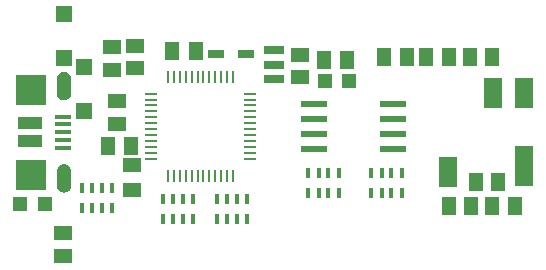
<source format=gbr>
G04 EAGLE Gerber RS-274X export*
G75*
%MOMM*%
%FSLAX34Y34*%
%LPD*%
%INSolderpaste Top*%
%IPPOS*%
%AMOC8*
5,1,8,0,0,1.08239X$1,22.5*%
G01*
%ADD10R,2.200000X0.600000*%
%ADD11R,1.350000X0.400000*%
%ADD12R,2.000000X1.000000*%
%ADD13R,2.500000X2.500000*%
%ADD14R,1.500000X2.500000*%
%ADD15R,1.500000X3.400000*%
%ADD16R,1.300000X1.500000*%
%ADD17R,1.500000X1.300000*%
%ADD18R,1.500000X1.200000*%
%ADD19R,0.285000X1.100000*%
%ADD20R,1.100000X0.285000*%
%ADD21R,1.100000X0.280000*%
%ADD22R,1.200000X1.500000*%
%ADD23R,1.350000X0.800000*%
%ADD24R,0.450000X0.900000*%
%ADD25R,1.200000X1.200000*%
%ADD26R,1.700000X0.700000*%
%ADD27R,1.400000X1.400000*%

G36*
X52278Y141173D02*
X52278Y141173D01*
X53552Y141373D01*
X53599Y141390D01*
X53689Y141411D01*
X54885Y141889D01*
X54928Y141916D01*
X55011Y141956D01*
X56071Y142688D01*
X56107Y142724D01*
X56178Y142782D01*
X57049Y143732D01*
X57076Y143774D01*
X57133Y143847D01*
X57770Y144967D01*
X57787Y145014D01*
X57826Y145097D01*
X58199Y146331D01*
X58204Y146381D01*
X58224Y146471D01*
X58313Y147756D01*
X58311Y147776D01*
X58314Y147800D01*
X58314Y158800D01*
X58312Y158815D01*
X58313Y158835D01*
X58252Y159961D01*
X58241Y160008D01*
X58233Y160084D01*
X57952Y161177D01*
X57932Y161221D01*
X57910Y161294D01*
X57422Y162311D01*
X57394Y162350D01*
X57357Y162417D01*
X56680Y163320D01*
X56645Y163353D01*
X56596Y163411D01*
X55756Y164164D01*
X55715Y164190D01*
X55655Y164238D01*
X54684Y164812D01*
X54639Y164829D01*
X54572Y164865D01*
X53507Y165239D01*
X53460Y165247D01*
X53387Y165269D01*
X52270Y165428D01*
X52242Y165427D01*
X52090Y165428D01*
X50974Y165269D01*
X50928Y165254D01*
X50853Y165239D01*
X49788Y164865D01*
X49746Y164841D01*
X49676Y164812D01*
X48705Y164238D01*
X48668Y164206D01*
X48604Y164164D01*
X47764Y163411D01*
X47735Y163374D01*
X47680Y163320D01*
X47003Y162417D01*
X46981Y162374D01*
X46938Y162311D01*
X46450Y161294D01*
X46437Y161247D01*
X46408Y161177D01*
X46127Y160084D01*
X46124Y160036D01*
X46108Y159961D01*
X46047Y158835D01*
X46049Y158819D01*
X46046Y158800D01*
X46046Y147800D01*
X46049Y147785D01*
X46047Y147765D01*
X46108Y146639D01*
X46120Y146592D01*
X46127Y146516D01*
X46408Y145423D01*
X46428Y145379D01*
X46450Y145306D01*
X46938Y144289D01*
X46967Y144250D01*
X47003Y144183D01*
X47680Y143280D01*
X47715Y143247D01*
X47764Y143189D01*
X48604Y142436D01*
X48645Y142410D01*
X48705Y142362D01*
X49676Y141788D01*
X49721Y141771D01*
X49788Y141735D01*
X50853Y141361D01*
X50900Y141353D01*
X50974Y141331D01*
X52090Y141172D01*
X52091Y141172D01*
X52278Y141173D01*
G37*
G36*
X52278Y63173D02*
X52278Y63173D01*
X53552Y63373D01*
X53599Y63390D01*
X53689Y63411D01*
X54885Y63889D01*
X54928Y63916D01*
X55011Y63956D01*
X56071Y64688D01*
X56107Y64724D01*
X56178Y64782D01*
X57049Y65732D01*
X57076Y65774D01*
X57133Y65847D01*
X57770Y66967D01*
X57787Y67014D01*
X57826Y67097D01*
X58199Y68331D01*
X58204Y68381D01*
X58224Y68471D01*
X58313Y69756D01*
X58311Y69776D01*
X58314Y69800D01*
X58314Y80800D01*
X58312Y80815D01*
X58313Y80835D01*
X58252Y81961D01*
X58241Y82008D01*
X58233Y82084D01*
X57952Y83177D01*
X57932Y83221D01*
X57910Y83294D01*
X57422Y84311D01*
X57394Y84350D01*
X57357Y84417D01*
X56680Y85320D01*
X56645Y85353D01*
X56596Y85411D01*
X55756Y86164D01*
X55715Y86190D01*
X55655Y86238D01*
X54684Y86812D01*
X54639Y86829D01*
X54572Y86865D01*
X53507Y87239D01*
X53460Y87247D01*
X53387Y87269D01*
X52270Y87428D01*
X52242Y87427D01*
X52090Y87428D01*
X50974Y87269D01*
X50928Y87254D01*
X50853Y87239D01*
X49788Y86865D01*
X49746Y86841D01*
X49676Y86812D01*
X48705Y86238D01*
X48668Y86206D01*
X48604Y86164D01*
X47764Y85411D01*
X47735Y85374D01*
X47680Y85320D01*
X47003Y84417D01*
X46981Y84374D01*
X46938Y84311D01*
X46450Y83294D01*
X46437Y83247D01*
X46408Y83177D01*
X46127Y82084D01*
X46124Y82036D01*
X46108Y81961D01*
X46047Y80835D01*
X46049Y80819D01*
X46046Y80800D01*
X46046Y69800D01*
X46049Y69785D01*
X46047Y69765D01*
X46108Y68639D01*
X46120Y68592D01*
X46127Y68516D01*
X46408Y67423D01*
X46428Y67379D01*
X46450Y67306D01*
X46938Y66289D01*
X46967Y66250D01*
X47003Y66183D01*
X47680Y65280D01*
X47715Y65247D01*
X47764Y65189D01*
X48604Y64436D01*
X48645Y64410D01*
X48705Y64362D01*
X49676Y63788D01*
X49721Y63771D01*
X49788Y63735D01*
X50853Y63361D01*
X50900Y63353D01*
X50974Y63331D01*
X52090Y63172D01*
X52091Y63172D01*
X52278Y63173D01*
G37*
D10*
X330330Y113030D03*
X264030Y113030D03*
X330330Y100330D03*
X330330Y125730D03*
X330330Y138430D03*
X264030Y100330D03*
X264030Y125730D03*
X264030Y138430D03*
D11*
X50930Y127300D03*
X50930Y120800D03*
X50930Y114300D03*
X50930Y107800D03*
X50930Y101300D03*
D12*
X23180Y121800D03*
X23180Y106800D03*
D13*
X24180Y150300D03*
X24180Y78300D03*
D14*
X441900Y147300D03*
X376900Y80300D03*
X414900Y147300D03*
D15*
X441900Y85300D03*
D16*
X108560Y102870D03*
X89560Y102870D03*
D17*
X251460Y179680D03*
X251460Y160680D03*
D18*
X109220Y86700D03*
X109220Y65700D03*
D17*
X96520Y121310D03*
X96520Y140310D03*
X111760Y187300D03*
X111760Y168300D03*
D19*
X140140Y77380D03*
X145140Y77380D03*
X150140Y77380D03*
X155140Y77380D03*
X160140Y77380D03*
X165140Y77380D03*
X170140Y77380D03*
X175140Y77380D03*
X180140Y77380D03*
X185140Y77380D03*
X190140Y77380D03*
X195140Y77380D03*
D20*
X209640Y91880D03*
X209640Y96880D03*
X209640Y101880D03*
X209640Y106880D03*
X209640Y111880D03*
X209640Y116880D03*
X209640Y121880D03*
X209640Y126880D03*
X209640Y131880D03*
X209640Y136880D03*
X209640Y141880D03*
X209640Y146880D03*
D19*
X195140Y161380D03*
X190140Y161380D03*
X185140Y161380D03*
X180140Y161380D03*
X175140Y161380D03*
X170140Y161380D03*
X165140Y161380D03*
X160140Y161380D03*
X155140Y161380D03*
X150140Y161380D03*
X145140Y161380D03*
X140140Y161380D03*
D20*
X125640Y146880D03*
X125640Y141880D03*
X125640Y136880D03*
X125640Y131880D03*
X125640Y126880D03*
X125640Y121880D03*
X125640Y116880D03*
X125640Y111880D03*
X125640Y106880D03*
X125640Y101880D03*
X125640Y96880D03*
D21*
X125640Y91880D03*
D22*
X164170Y182880D03*
X143170Y182880D03*
D23*
X205740Y180340D03*
X180340Y180340D03*
D17*
X92710Y186030D03*
X92710Y167030D03*
D24*
X67010Y66920D03*
X67010Y49920D03*
X76010Y66920D03*
X84010Y66920D03*
X93010Y66920D03*
X93010Y49920D03*
X76010Y49920D03*
X84010Y49920D03*
D16*
X377850Y52070D03*
X396850Y52070D03*
X323240Y177800D03*
X342240Y177800D03*
X414680Y52070D03*
X433680Y52070D03*
X358800Y177800D03*
X377800Y177800D03*
X400710Y72390D03*
X419710Y72390D03*
X414630Y177800D03*
X395630Y177800D03*
D25*
X14900Y53340D03*
X35900Y53340D03*
D17*
X50800Y9550D03*
X50800Y28550D03*
D25*
X272710Y157480D03*
X293710Y157480D03*
D16*
X272440Y175260D03*
X291440Y175260D03*
D24*
X161590Y41030D03*
X161590Y58030D03*
X152590Y41030D03*
X144590Y41030D03*
X135590Y41030D03*
X135590Y58030D03*
X152590Y58030D03*
X144590Y58030D03*
X207310Y41030D03*
X207310Y58030D03*
X198310Y41030D03*
X190310Y41030D03*
X181310Y41030D03*
X181310Y58030D03*
X198310Y58030D03*
X190310Y58030D03*
X312120Y79620D03*
X312120Y62620D03*
X321120Y79620D03*
X329120Y79620D03*
X338120Y79620D03*
X338120Y62620D03*
X321120Y62620D03*
X329120Y62620D03*
X284780Y62620D03*
X284780Y79620D03*
X275780Y62620D03*
X267780Y62620D03*
X258780Y62620D03*
X258780Y79620D03*
X275780Y79620D03*
X267780Y79620D03*
D26*
X229870Y183450D03*
X229870Y171450D03*
X229870Y159450D03*
D27*
X52070Y177080D03*
X52070Y214080D03*
X68580Y169630D03*
X68580Y132630D03*
M02*

</source>
